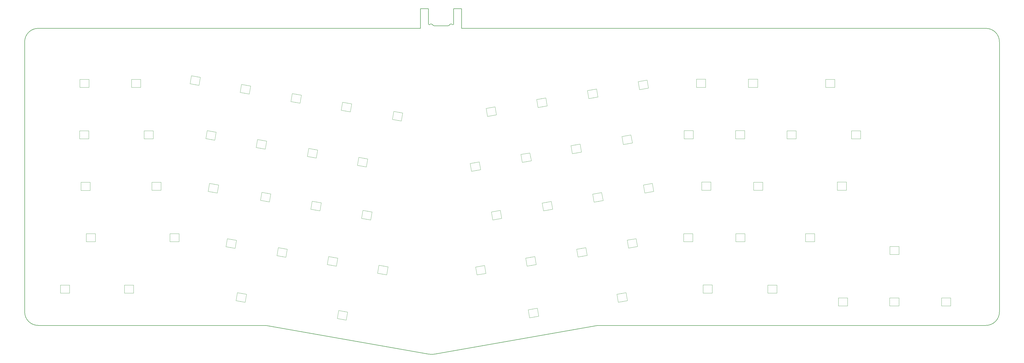
<source format=gm1>
G04 #@! TF.GenerationSoftware,KiCad,Pcbnew,(5.1.6)-1*
G04 #@! TF.CreationDate,2020-08-21T11:05:10+09:00*
G04 #@! TF.ProjectId,trifecta,74726966-6563-4746-912e-6b696361645f,rev?*
G04 #@! TF.SameCoordinates,Original*
G04 #@! TF.FileFunction,Profile,NP*
%FSLAX46Y46*%
G04 Gerber Fmt 4.6, Leading zero omitted, Abs format (unit mm)*
G04 Created by KiCad (PCBNEW (5.1.6)-1) date 2020-08-21 11:05:10*
%MOMM*%
%LPD*%
G01*
G04 APERTURE LIST*
G04 #@! TA.AperFunction,Profile*
%ADD10C,0.200000*%
G04 #@! TD*
G04 #@! TA.AperFunction,Profile*
%ADD11C,0.150000*%
G04 #@! TD*
G04 #@! TA.AperFunction,Profile*
%ADD12C,0.120000*%
G04 #@! TD*
G04 APERTURE END LIST*
D10*
X149269000Y5533200D02*
X149269000Y12765200D01*
X134029000Y5533200D02*
X134029000Y12765200D01*
X134029000Y5533200D02*
X-7568190Y5525000D01*
X343424900Y5525000D02*
X149269000Y5533200D01*
X343424899Y-104499000D02*
X200217754Y-104499000D01*
X76113053Y-104499000D02*
G75*
G02*
X77329185Y-104605451I0J-7000000D01*
G01*
X76113053Y-104499000D02*
X-7568190Y-104499001D01*
X343424900Y5525000D02*
G75*
G02*
X348424900Y525000I0J-5000000D01*
G01*
X199001716Y-104605434D02*
G75*
G02*
X200217754Y-104499000I1216038J-6893566D01*
G01*
X-12568190Y525000D02*
G75*
G02*
X-7568190Y5525000I5000000J0D01*
G01*
X-7568190Y-104499000D02*
G75*
G02*
X-12568190Y-99499000I0J5000000D01*
G01*
X139379071Y-115122985D02*
G75*
G02*
X136946900Y-115122968I-1216039J6893566D01*
G01*
X348424900Y-99499001D02*
G75*
G02*
X343424899Y-104499000I-5000000J1D01*
G01*
X199001716Y-104605435D02*
X139379070Y-115122984D01*
X-12568190Y-99499000D02*
X-12568190Y525000D01*
X136946900Y-115122968D02*
X77329185Y-104605451D01*
X348424900Y525000D02*
X348424900Y-99499000D01*
D11*
X146319000Y12765200D02*
X149269000Y12765200D01*
X146319000Y7165200D02*
X146319000Y12765200D01*
X137798616Y7165200D02*
X137899000Y7165200D01*
X136979000Y12765200D02*
X136979000Y7165200D01*
X134029000Y12765200D02*
X136979000Y12765200D01*
X139111434Y6465200D02*
X144186566Y6465200D01*
X145499384Y7165200D02*
X145399000Y7165200D01*
X137538808Y7015200D02*
G75*
G02*
X136979000Y7165200I-259808J150000D01*
G01*
X137538808Y7015200D02*
G75*
G02*
X137798616Y7165200I259808J-150000D01*
G01*
X138617801Y6750200D02*
G75*
G03*
X139111435Y6465200I493634J285000D01*
G01*
X144680199Y6750200D02*
G75*
G02*
X144186565Y6465200I-493634J285000D01*
G01*
X145759192Y7015200D02*
G75*
G03*
X145499384Y7165200I-259808J-150000D01*
G01*
X145759192Y7015200D02*
G75*
G03*
X146319000Y7165200I259808J150000D01*
G01*
X138617801Y6750200D02*
G75*
G03*
X137899000Y7165200I-718801J-415000D01*
G01*
X144680199Y6750200D02*
G75*
G02*
X145399000Y7165200I718801J-415000D01*
G01*
D12*
X330348940Y-94290500D02*
X330348940Y-97290500D01*
X330348940Y-97290500D02*
X326948940Y-97290500D01*
X326948940Y-97290500D02*
X326948940Y-94290500D01*
X326948940Y-94290500D02*
X330348940Y-94290500D01*
X311177020Y-94272720D02*
X311177020Y-97272720D01*
X311177020Y-97272720D02*
X307777020Y-97272720D01*
X307777020Y-97272720D02*
X307777020Y-94272720D01*
X307777020Y-94272720D02*
X311177020Y-94272720D01*
X288737180Y-97295580D02*
X288737180Y-94295580D01*
X288737180Y-94295580D02*
X292137180Y-94295580D01*
X292137180Y-94295580D02*
X292137180Y-97295580D01*
X292137180Y-97295580D02*
X288737180Y-97295580D01*
X265992960Y-89520380D02*
X265992960Y-92520380D01*
X265992960Y-92520380D02*
X262592960Y-92520380D01*
X262592960Y-92520380D02*
X262592960Y-89520380D01*
X262592960Y-89520380D02*
X265992960Y-89520380D01*
X238656000Y-92502600D02*
X238656000Y-89502600D01*
X238656000Y-89502600D02*
X242056000Y-89502600D01*
X242056000Y-89502600D02*
X242056000Y-92502600D01*
X242056000Y-92502600D02*
X238656000Y-92502600D01*
X210098441Y-92346766D02*
X210619385Y-95301190D01*
X210619385Y-95301190D02*
X207271039Y-95891594D01*
X207271039Y-95891594D02*
X206750095Y-92937170D01*
X206750095Y-92937170D02*
X210098441Y-92346766D01*
X177238461Y-98135426D02*
X177759405Y-101089850D01*
X177759405Y-101089850D02*
X174411059Y-101680254D01*
X174411059Y-101680254D02*
X173890115Y-98725830D01*
X173890115Y-98725830D02*
X177238461Y-98135426D01*
X103166355Y-101925510D02*
X103687299Y-98971086D01*
X103687299Y-98971086D02*
X107035645Y-99561490D01*
X107035645Y-99561490D02*
X106514701Y-102515914D01*
X106514701Y-102515914D02*
X103166355Y-101925510D01*
X69049701Y-95911914D02*
X65701355Y-95321510D01*
X69570645Y-92957490D02*
X69049701Y-95911914D01*
X66222299Y-92367086D02*
X69570645Y-92957490D01*
X65701355Y-95321510D02*
X66222299Y-92367086D01*
X27743500Y-89528000D02*
X27743500Y-92528000D01*
X27743500Y-92528000D02*
X24343500Y-92528000D01*
X24343500Y-92528000D02*
X24343500Y-89528000D01*
X24343500Y-89528000D02*
X27743500Y-89528000D01*
X658000Y-92528000D02*
X658000Y-89528000D01*
X658000Y-89528000D02*
X4058000Y-89528000D01*
X4058000Y-89528000D02*
X4058000Y-92528000D01*
X4058000Y-92528000D02*
X658000Y-92528000D01*
X311197340Y-75245580D02*
X311197340Y-78245580D01*
X311197340Y-78245580D02*
X307797340Y-78245580D01*
X307797340Y-78245580D02*
X307797340Y-75245580D01*
X307797340Y-75245580D02*
X311197340Y-75245580D01*
X276562960Y-73498320D02*
X276562960Y-70498320D01*
X276562960Y-70498320D02*
X279962960Y-70498320D01*
X279962960Y-70498320D02*
X279962960Y-73498320D01*
X279962960Y-73498320D02*
X276562960Y-73498320D01*
X254181960Y-70462760D02*
X254181960Y-73462760D01*
X254181960Y-73462760D02*
X250781960Y-73462760D01*
X250781960Y-73462760D02*
X250781960Y-70462760D01*
X250781960Y-70462760D02*
X254181960Y-70462760D01*
X231432240Y-73467840D02*
X231432240Y-70467840D01*
X231432240Y-70467840D02*
X234832240Y-70467840D01*
X234832240Y-70467840D02*
X234832240Y-73467840D01*
X234832240Y-73467840D02*
X231432240Y-73467840D01*
X213850021Y-72326486D02*
X214370965Y-75280910D01*
X214370965Y-75280910D02*
X211022619Y-75871314D01*
X211022619Y-75871314D02*
X210501675Y-72916890D01*
X210501675Y-72916890D02*
X213850021Y-72326486D01*
X192348539Y-79178394D02*
X191827595Y-76223970D01*
X191827595Y-76223970D02*
X195175941Y-75633566D01*
X195175941Y-75633566D02*
X195696885Y-78587990D01*
X195696885Y-78587990D02*
X192348539Y-79178394D01*
X176313901Y-78940646D02*
X176834845Y-81895070D01*
X176834845Y-81895070D02*
X173486499Y-82485474D01*
X173486499Y-82485474D02*
X172965555Y-79531050D01*
X172965555Y-79531050D02*
X176313901Y-78940646D01*
X154888619Y-85784934D02*
X154367675Y-82830510D01*
X154367675Y-82830510D02*
X157716021Y-82240106D01*
X157716021Y-82240106D02*
X158236965Y-85194530D01*
X158236965Y-85194530D02*
X154888619Y-85784934D01*
X121958145Y-82797490D02*
X121437201Y-85751914D01*
X121437201Y-85751914D02*
X118088855Y-85161510D01*
X118088855Y-85161510D02*
X118609799Y-82207086D01*
X118609799Y-82207086D02*
X121958145Y-82797490D01*
X99483355Y-81923010D02*
X100004299Y-78968586D01*
X100004299Y-78968586D02*
X103352645Y-79558990D01*
X103352645Y-79558990D02*
X102831701Y-82513414D01*
X102831701Y-82513414D02*
X99483355Y-81923010D01*
X84683645Y-76256990D02*
X84162701Y-79211414D01*
X84162701Y-79211414D02*
X80814355Y-78621010D01*
X80814355Y-78621010D02*
X81335299Y-75666586D01*
X81335299Y-75666586D02*
X84683645Y-76256990D01*
X61954855Y-75319010D02*
X62475799Y-72364586D01*
X62475799Y-72364586D02*
X65824145Y-72954990D01*
X65824145Y-72954990D02*
X65303201Y-75909414D01*
X65303201Y-75909414D02*
X61954855Y-75319010D01*
X44571000Y-70478000D02*
X44571000Y-73478000D01*
X44571000Y-73478000D02*
X41171000Y-73478000D01*
X41171000Y-73478000D02*
X41171000Y-70478000D01*
X41171000Y-70478000D02*
X44571000Y-70478000D01*
X10246500Y-73478000D02*
X10246500Y-70478000D01*
X10246500Y-70478000D02*
X13646500Y-70478000D01*
X13646500Y-70478000D02*
X13646500Y-73478000D01*
X13646500Y-73478000D02*
X10246500Y-73478000D01*
X291710460Y-51410220D02*
X291710460Y-54410220D01*
X291710460Y-54410220D02*
X288310460Y-54410220D01*
X288310460Y-54410220D02*
X288310460Y-51410220D01*
X288310460Y-51410220D02*
X291710460Y-51410220D01*
X260773260Y-51428000D02*
X260773260Y-54428000D01*
X260773260Y-54428000D02*
X257373260Y-54428000D01*
X257373260Y-54428000D02*
X257373260Y-51428000D01*
X257373260Y-51428000D02*
X260773260Y-51428000D01*
X238142920Y-54400060D02*
X238142920Y-51400060D01*
X238142920Y-51400060D02*
X241542920Y-51400060D01*
X241542920Y-51400060D02*
X241542920Y-54400060D01*
X241542920Y-54400060D02*
X238142920Y-54400060D01*
X219869821Y-51915046D02*
X220390765Y-54869470D01*
X220390765Y-54869470D02*
X217042419Y-55459874D01*
X217042419Y-55459874D02*
X216521475Y-52505450D01*
X216521475Y-52505450D02*
X219869821Y-51915046D01*
X198261659Y-58792354D02*
X197740715Y-55837930D01*
X197740715Y-55837930D02*
X201089061Y-55247526D01*
X201089061Y-55247526D02*
X201610005Y-58201950D01*
X201610005Y-58201950D02*
X198261659Y-58792354D01*
X182409901Y-58529206D02*
X182930845Y-61483630D01*
X182930845Y-61483630D02*
X179582499Y-62074034D01*
X179582499Y-62074034D02*
X179061555Y-59119610D01*
X179061555Y-59119610D02*
X182409901Y-58529206D01*
X160748399Y-65386194D02*
X160227455Y-62431770D01*
X160227455Y-62431770D02*
X163575801Y-61841366D01*
X163575801Y-61841366D02*
X164096745Y-64795790D01*
X164096745Y-64795790D02*
X160748399Y-65386194D01*
X116052645Y-62477490D02*
X115531701Y-65431914D01*
X115531701Y-65431914D02*
X112183355Y-64841510D01*
X112183355Y-64841510D02*
X112704299Y-61887086D01*
X112704299Y-61887086D02*
X116052645Y-62477490D01*
X93387355Y-61476010D02*
X93908299Y-58521586D01*
X93908299Y-58521586D02*
X97256645Y-59111990D01*
X97256645Y-59111990D02*
X96735701Y-62066414D01*
X96735701Y-62066414D02*
X93387355Y-61476010D01*
X78587645Y-55809990D02*
X78066701Y-58764414D01*
X78066701Y-58764414D02*
X74718355Y-58174010D01*
X74718355Y-58174010D02*
X75239299Y-55219586D01*
X75239299Y-55219586D02*
X78587645Y-55809990D01*
X55350855Y-54808510D02*
X55871799Y-51854086D01*
X55871799Y-51854086D02*
X59220145Y-52444490D01*
X59220145Y-52444490D02*
X58699201Y-55398914D01*
X58699201Y-55398914D02*
X55350855Y-54808510D01*
X37903500Y-51428000D02*
X37903500Y-54428000D01*
X37903500Y-54428000D02*
X34503500Y-54428000D01*
X34503500Y-54428000D02*
X34503500Y-51428000D01*
X34503500Y-51428000D02*
X37903500Y-51428000D01*
X8278000Y-54491500D02*
X8278000Y-51491500D01*
X8278000Y-51491500D02*
X11678000Y-51491500D01*
X11678000Y-51491500D02*
X11678000Y-54491500D01*
X11678000Y-54491500D02*
X8278000Y-54491500D01*
X297016520Y-32378000D02*
X297016520Y-35378000D01*
X297016520Y-35378000D02*
X293616520Y-35378000D01*
X293616520Y-35378000D02*
X293616520Y-32378000D01*
X293616520Y-32378000D02*
X297016520Y-32378000D01*
X269687180Y-35365300D02*
X269687180Y-32365300D01*
X269687180Y-32365300D02*
X273087180Y-32365300D01*
X273087180Y-32365300D02*
X273087180Y-35365300D01*
X273087180Y-35365300D02*
X269687180Y-35365300D01*
X254054960Y-32355140D02*
X254054960Y-35355140D01*
X254054960Y-35355140D02*
X250654960Y-35355140D01*
X250654960Y-35355140D02*
X250654960Y-32355140D01*
X250654960Y-32355140D02*
X254054960Y-32355140D01*
X231622740Y-35360220D02*
X231622740Y-32360220D01*
X231622740Y-32360220D02*
X235022740Y-32360220D01*
X235022740Y-32360220D02*
X235022740Y-35360220D01*
X235022740Y-35360220D02*
X231622740Y-35360220D01*
X211932321Y-33962326D02*
X212453265Y-36916750D01*
X212453265Y-36916750D02*
X209104919Y-37507154D01*
X209104919Y-37507154D02*
X208583975Y-34552730D01*
X208583975Y-34552730D02*
X211932321Y-33962326D01*
X190263199Y-40849794D02*
X189742255Y-37895370D01*
X189742255Y-37895370D02*
X193090601Y-37304966D01*
X193090601Y-37304966D02*
X193611545Y-40259390D01*
X193611545Y-40259390D02*
X190263199Y-40849794D01*
X174507961Y-40576486D02*
X175028905Y-43530910D01*
X175028905Y-43530910D02*
X171680559Y-44121314D01*
X171680559Y-44121314D02*
X171159615Y-41166890D01*
X171159615Y-41166890D02*
X174507961Y-40576486D01*
X152907419Y-47425854D02*
X152386475Y-44471430D01*
X152386475Y-44471430D02*
X155734821Y-43881026D01*
X155734821Y-43881026D02*
X156255765Y-46835450D01*
X156255765Y-46835450D02*
X152907419Y-47425854D01*
X114465145Y-42855990D02*
X113944201Y-45810414D01*
X113944201Y-45810414D02*
X110595855Y-45220010D01*
X110595855Y-45220010D02*
X111116799Y-42265586D01*
X111116799Y-42265586D02*
X114465145Y-42855990D01*
X92053855Y-41918010D02*
X92574799Y-38963586D01*
X92574799Y-38963586D02*
X95923145Y-39553990D01*
X95923145Y-39553990D02*
X95402201Y-42508414D01*
X95402201Y-42508414D02*
X92053855Y-41918010D01*
X77000145Y-36188490D02*
X76479201Y-39142914D01*
X76479201Y-39142914D02*
X73130855Y-38552510D01*
X73130855Y-38552510D02*
X73651799Y-35598086D01*
X73651799Y-35598086D02*
X77000145Y-36188490D01*
X54461855Y-35314010D02*
X54982799Y-32359586D01*
X54982799Y-32359586D02*
X58331145Y-32949990D01*
X58331145Y-32949990D02*
X57810201Y-35904414D01*
X57810201Y-35904414D02*
X54461855Y-35314010D01*
X35046000Y-32378000D02*
X35046000Y-35378000D01*
X35046000Y-35378000D02*
X31646000Y-35378000D01*
X31646000Y-35378000D02*
X31646000Y-32378000D01*
X31646000Y-32378000D02*
X35046000Y-32378000D01*
X7770000Y-35378000D02*
X7770000Y-32378000D01*
X7770000Y-32378000D02*
X11170000Y-32378000D01*
X11170000Y-32378000D02*
X11170000Y-35378000D01*
X11170000Y-35378000D02*
X7770000Y-35378000D01*
X287405160Y-13333080D02*
X287405160Y-16333080D01*
X287405160Y-16333080D02*
X284005160Y-16333080D01*
X284005160Y-16333080D02*
X284005160Y-13333080D01*
X284005160Y-13333080D02*
X287405160Y-13333080D01*
X255445400Y-16307680D02*
X255445400Y-13307680D01*
X255445400Y-13307680D02*
X258845400Y-13307680D01*
X258845400Y-13307680D02*
X258845400Y-16307680D01*
X258845400Y-16307680D02*
X255445400Y-16307680D01*
X239574420Y-13310220D02*
X239574420Y-16310220D01*
X239574420Y-16310220D02*
X236174420Y-16310220D01*
X236174420Y-16310220D02*
X236174420Y-13310220D01*
X236174420Y-13310220D02*
X239574420Y-13310220D01*
X215089159Y-17143974D02*
X214568215Y-14189550D01*
X214568215Y-14189550D02*
X217916561Y-13599146D01*
X217916561Y-13599146D02*
X218437505Y-16553570D01*
X218437505Y-16553570D02*
X215089159Y-17143974D01*
X199173901Y-16903686D02*
X199694845Y-19858110D01*
X199694845Y-19858110D02*
X196346499Y-20448514D01*
X196346499Y-20448514D02*
X195825555Y-17494090D01*
X195825555Y-17494090D02*
X199173901Y-16903686D01*
X177540339Y-23747974D02*
X177019395Y-20793550D01*
X177019395Y-20793550D02*
X180367741Y-20203146D01*
X180367741Y-20203146D02*
X180888685Y-23157570D01*
X180888685Y-23157570D02*
X177540339Y-23747974D01*
X161632701Y-23505146D02*
X162153645Y-26459570D01*
X162153645Y-26459570D02*
X158805299Y-27049974D01*
X158805299Y-27049974D02*
X158284355Y-24095550D01*
X158284355Y-24095550D02*
X161632701Y-23505146D01*
X123549855Y-28138510D02*
X124070799Y-25184086D01*
X124070799Y-25184086D02*
X127419145Y-25774490D01*
X127419145Y-25774490D02*
X126898201Y-28728914D01*
X126898201Y-28728914D02*
X123549855Y-28138510D01*
X108496145Y-22408990D02*
X107975201Y-25363414D01*
X107975201Y-25363414D02*
X104626855Y-24773010D01*
X104626855Y-24773010D02*
X105147799Y-21818586D01*
X105147799Y-21818586D02*
X108496145Y-22408990D01*
X86021355Y-21534510D02*
X86542299Y-18580086D01*
X86542299Y-18580086D02*
X89890645Y-19170490D01*
X89890645Y-19170490D02*
X89369701Y-22124914D01*
X89369701Y-22124914D02*
X86021355Y-21534510D01*
X71094645Y-15804990D02*
X70573701Y-18759414D01*
X70573701Y-18759414D02*
X67225355Y-18169010D01*
X67225355Y-18169010D02*
X67746299Y-15214586D01*
X67746299Y-15214586D02*
X71094645Y-15804990D01*
X48619855Y-14930510D02*
X49140799Y-11976086D01*
X49140799Y-11976086D02*
X52489145Y-12566490D01*
X52489145Y-12566490D02*
X51968201Y-15520914D01*
X51968201Y-15520914D02*
X48619855Y-14930510D01*
X30410500Y-13315300D02*
X30410500Y-16315300D01*
X30410500Y-16315300D02*
X27010500Y-16315300D01*
X27010500Y-16315300D02*
X27010500Y-13315300D01*
X27010500Y-13315300D02*
X30410500Y-13315300D01*
X7833500Y-16328000D02*
X7833500Y-13328000D01*
X7833500Y-13328000D02*
X11233500Y-13328000D01*
X11233500Y-13328000D02*
X11233500Y-16328000D01*
X11233500Y-16328000D02*
X7833500Y-16328000D01*
M02*

</source>
